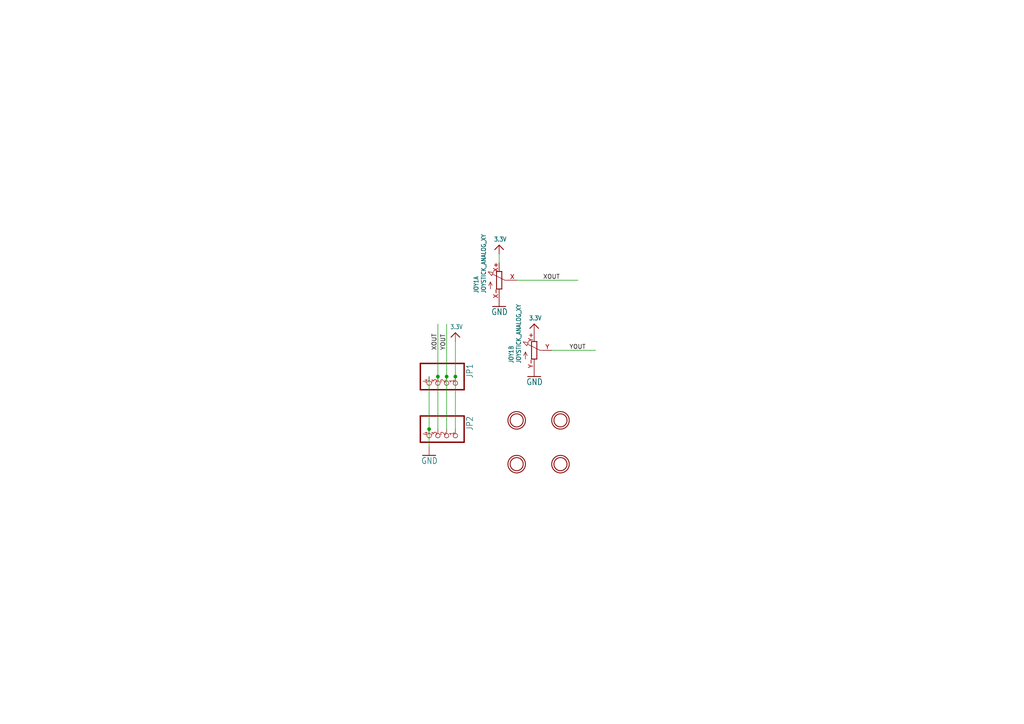
<source format=kicad_sch>
(kicad_sch (version 20230121) (generator eeschema)
  (paper "A4")
  (lib_symbols
    (symbol "working-eagle-import:3.3V" (power)
      (property "Value" "3.3V" (at -1.524 1.016 0))
      (symbol "3.3V_1_0"
        (polyline (pts (xy -1.27 -1.27) (xy 0 0)) (stroke (width 0.254)))
        (polyline (pts (xy 0 0) (xy 1.27 -1.27)) (stroke (width 0.254)))
        (pin power_in line (at 0 -2.54 90) (length 2.54) (name "3.3V") (number "1"))
      )
    )
    (symbol "working-eagle-import:GND" (power)
      (property "Value" "GND" (at -2.54 -2.54 0))
      (symbol "GND_1_0"
        (polyline (pts (xy -1.905 0) (xy 1.905 0)) (stroke (width 0.254)))
        (pin power_in line (at 0 2.54 270) (length 2.54) (name "GND") (number "1"))
      )
    )
    (symbol "working-eagle-import:HEADER-1X476MIL"
      (property "Reference" "JP" (at -6.35 8.255 0))
      (symbol "HEADER-1X476MIL_1_0"
        (polyline (pts (xy -6.35 -5.08) (xy 1.27 -5.08)) (stroke (width 0.4064)))
        (polyline (pts (xy -6.35 7.62) (xy -6.35 -5.08)) (stroke (width 0.4064)))
        (polyline (pts (xy 1.27 -5.08) (xy 1.27 7.62)) (stroke (width 0.4064)))
        (polyline (pts (xy 1.27 7.62) (xy -6.35 7.62)) (stroke (width 0.4064)))
        (pin passive inverted (at -2.54 5.08 0) (length 2.54) (name "1") (number "1"))
        (pin passive inverted (at -2.54 2.54 0) (length 2.54) (name "2") (number "2"))
        (pin passive inverted (at -2.54 0 0) (length 2.54) (name "3") (number "3"))
        (pin passive inverted (at -2.54 -2.54 0) (length 2.54) (name "4") (number "4"))
      )
    )
    (symbol "working-eagle-import:JOYSTICK_ANALOG_XY"
      (property "Reference" "JOY" (at -5.969 -3.81 90))
      (symbol "JOYSTICK_ANALOG_XY_1_0"
        (polyline (pts (xy -3.1989 2.4495) (xy -1.7018 2.2352)) (stroke (width 0.1524)))
        (polyline (pts (xy -2.54 -2.54) (xy -2.54 -0.508)) (stroke (width 0.1524)))
        (polyline (pts (xy -2.54 -0.508) (xy -3.048 -1.524)) (stroke (width 0.1524)))
        (polyline (pts (xy -2.54 -0.508) (xy -2.032 -1.524)) (stroke (width 0.1524)))
        (polyline (pts (xy -2.1597 1.2939) (xy -3.1989 2.4495)) (stroke (width 0.1524)))
        (polyline (pts (xy -2.1597 1.2939) (xy -1.7018 2.2352)) (stroke (width 0.1524)))
        (polyline (pts (xy -0.762 -2.54) (xy 0.762 -2.54)) (stroke (width 0.254)))
        (polyline (pts (xy -0.762 2.54) (xy -0.762 -2.54)) (stroke (width 0.254)))
        (polyline (pts (xy 0.762 -2.54) (xy 0.762 2.54)) (stroke (width 0.254)))
        (polyline (pts (xy 0.762 2.54) (xy -0.762 2.54)) (stroke (width 0.254)))
        (polyline (pts (xy 1.651 0) (xy -1.8796 1.7526)) (stroke (width 0.1524)))
        (polyline (pts (xy 2.54 0) (xy 1.651 0)) (stroke (width 0.1524)))
        (pin passive line (at 5.08 0 180) (length 2.54) (name "S") (number "X"))
        (pin passive line (at 0 5.08 270) (length 2.54) (name "E") (number "X+"))
        (pin passive line (at 0 -5.08 90) (length 2.54) (name "A") (number "X-"))
      )
      (symbol "JOYSTICK_ANALOG_XY_2_0"
        (polyline (pts (xy -3.1989 2.4495) (xy -1.7018 2.2352)) (stroke (width 0.1524)))
        (polyline (pts (xy -2.54 -2.54) (xy -2.54 -0.508)) (stroke (width 0.1524)))
        (polyline (pts (xy -2.54 -0.508) (xy -3.048 -1.524)) (stroke (width 0.1524)))
        (polyline (pts (xy -2.54 -0.508) (xy -2.032 -1.524)) (stroke (width 0.1524)))
        (polyline (pts (xy -2.1597 1.2939) (xy -3.1989 2.4495)) (stroke (width 0.1524)))
        (polyline (pts (xy -2.1597 1.2939) (xy -1.7018 2.2352)) (stroke (width 0.1524)))
        (polyline (pts (xy -0.762 -2.54) (xy 0.762 -2.54)) (stroke (width 0.254)))
        (polyline (pts (xy -0.762 2.54) (xy -0.762 -2.54)) (stroke (width 0.254)))
        (polyline (pts (xy 0.762 -2.54) (xy 0.762 2.54)) (stroke (width 0.254)))
        (polyline (pts (xy 0.762 2.54) (xy -0.762 2.54)) (stroke (width 0.254)))
        (polyline (pts (xy 1.651 0) (xy -1.8796 1.7526)) (stroke (width 0.1524)))
        (polyline (pts (xy 2.54 0) (xy 1.651 0)) (stroke (width 0.1524)))
        (pin passive line (at 5.08 0 180) (length 2.54) (name "S") (number "Y"))
        (pin passive line (at 0 5.08 270) (length 2.54) (name "E") (number "Y+"))
        (pin passive line (at 0 -5.08 90) (length 2.54) (name "A") (number "Y-"))
      )
    )
    (symbol "working-eagle-import:MOUNTINGHOLE2.0"
      (symbol "MOUNTINGHOLE2.0_1_0"
        (circle (center 0 0) (radius 1.905) (stroke (width 0.254)))
        (circle (center 0 0) (radius 2.54) (stroke (width 0.254)))
      )
    )
  )
  (junction (at 132.08 109.22))
  (junction (at 124.46 124.46))
  (junction (at 129.54 109.22))
  (junction (at 127 109.22))
  (wire (pts (xy 127 109.22) (xy 127 93.98)) (stroke (width 0.1524)))
  (wire (pts (xy 132.08 109.22) (xy 132.08 124.46)) (stroke (width 0.1524)))
  (wire (pts (xy 132.08 99.06) (xy 132.08 109.22)) (stroke (width 0.1524)))
  (wire (pts (xy 149.86 81.28) (xy 167.64 81.28)) (stroke (width 0.1524)))
  (wire (pts (xy 124.46 109.22) (xy 124.46 124.46)) (stroke (width 0.1524)))
  (wire (pts (xy 124.46 124.46) (xy 124.46 129.54)) (stroke (width 0.1524)))
  (wire (pts (xy 129.54 124.46) (xy 129.54 109.22)) (stroke (width 0.1524)))
  (wire (pts (xy 144.78 73.66) (xy 144.78 76.2)) (stroke (width 0.1524)))
  (wire (pts (xy 160.02 101.6) (xy 172.72 101.6)) (stroke (width 0.1524)))
  (wire (pts (xy 127 109.22) (xy 127 124.46)) (stroke (width 0.1524)))
  (wire (pts (xy 129.54 93.98) (xy 129.54 109.22)) (stroke (width 0.1524)))
  (label "XOUT" (at 127 101.6 90) (effects (font (size 1.2446 1.2446))))
  (label "YOUT" (at 165.1 101.6 0) (effects (font (size 1.2446 1.2446))))
  (label "XOUT" (at 157.48 81.28 0) (effects (font (size 1.2446 1.2446))))
  (label "YOUT" (at 129.54 101.6 90) (effects (font (size 1.2446 1.2446))))
  (symbol (lib_id "working-eagle-import:GND") (at 144.78 88.9 0) (mirror y) (unit 1)
    (property "Reference" "#GND1" (effects hide))
    (property "Value" "GND" (at 147.32 91.44 0) (effects (font (size 1.778 1.5113)) (justify left bottom)))
  )
  (symbol (lib_id "working-eagle-import:3.3V") (at 132.08 96.52 0) (unit 1)
    (property "Reference" "#U$7" (effects hide))
    (property "Value" "3.3V" (at 130.556 95.504 0) (effects (font (size 1.27 1.0795)) (justify left bottom)))
  )
  (symbol (lib_id "working-eagle-import:MOUNTINGHOLE2.0") (at 162.56 134.62 0) (unit 1)
    (property "Reference" "U$1" (effects hide))
    (property "Value" "MOUNTINGHOLE2.0" (effects hide))
    (property "Footprint" "working:MOUNTINGHOLE_2.0_PLATED" (effects hide))
  )
  (symbol (lib_id "working-eagle-import:3.3V") (at 144.78 71.12 0) (unit 1)
    (property "Reference" "#U$3" (effects hide))
    (property "Value" "3.3V" (at 143.256 70.104 0) (effects (font (size 1.27 1.0795)) (justify left bottom)))
  )
  (symbol (lib_id "working-eagle-import:GND") (at 154.94 109.22 0) (mirror y) (unit 1)
    (property "Reference" "#GND4" (effects hide))
    (property "Value" "GND" (at 157.48 111.76 0) (effects (font (size 1.778 1.5113)) (justify left bottom)))
  )
  (symbol (lib_id "working-eagle-import:MOUNTINGHOLE2.0") (at 162.56 121.92 0) (unit 1)
    (property "Reference" "U$4" (effects hide))
    (property "Value" "MOUNTINGHOLE2.0" (effects hide))
    (property "Footprint" "working:MOUNTINGHOLE_2.0_PLATED" (effects hide))
  )
  (symbol (lib_id "working-eagle-import:3.3V") (at 154.94 93.98 0) (unit 1)
    (property "Reference" "#U$2" (effects hide))
    (property "Value" "3.3V" (at 153.416 92.964 0) (effects (font (size 1.27 1.0795)) (justify left bottom)))
  )
  (symbol (lib_id "working-eagle-import:GND") (at 124.46 132.08 0) (mirror y) (unit 1)
    (property "Reference" "#GND2" (effects hide))
    (property "Value" "GND" (at 127 134.62 0) (effects (font (size 1.778 1.5113)) (justify left bottom)))
  )
  (symbol (lib_id "working-eagle-import:JOYSTICK_ANALOG_XY") (at 154.94 101.6 0) (unit 2)
    (property "Reference" "JOY1" (at 148.971 105.41 90) (effects (font (size 1.27 1.0795)) (justify left bottom)))
    (property "Value" "JOYSTICK_ANALOG_XY" (at 151.13 105.41 90) (effects (font (size 1.27 1.0795)) (justify left bottom)))
    (property "Footprint" "working:JOYSTICK_ANALOG_MINITHM" (effects hide))
  )
  (symbol (lib_id "working-eagle-import:HEADER-1X476MIL") (at 127 111.76 270) (unit 1)
    (property "Reference" "JP1" (at 135.255 105.41 0) (effects (font (size 1.778 1.5113)) (justify left bottom)))
    (property "Value" "HEADER-1X476MIL" (effects hide))
    (property "Footprint" "working:1X04_ROUND_76" (effects hide))
  )
  (symbol (lib_id "working-eagle-import:MOUNTINGHOLE2.0") (at 149.86 134.62 0) (unit 1)
    (property "Reference" "U$6" (effects hide))
    (property "Value" "MOUNTINGHOLE2.0" (effects hide))
    (property "Footprint" "working:MOUNTINGHOLE_2.0_PLATED" (effects hide))
  )
  (symbol (lib_id "working-eagle-import:HEADER-1X476MIL") (at 127 127 270) (unit 1)
    (property "Reference" "JP2" (at 135.255 120.65 0) (effects (font (size 1.778 1.5113)) (justify left bottom)))
    (property "Value" "HEADER-1X476MIL" (effects hide))
    (property "Footprint" "working:1X04_ROUND_76" (effects hide))
  )
  (symbol (lib_id "working-eagle-import:JOYSTICK_ANALOG_XY") (at 144.78 81.28 0) (unit 1)
    (property "Reference" "JOY1" (at 138.811 85.09 90) (effects (font (size 1.27 1.0795)) (justify left bottom)))
    (property "Value" "JOYSTICK_ANALOG_XY" (at 140.97 85.09 90) (effects (font (size 1.27 1.0795)) (justify left bottom)))
    (property "Footprint" "working:JOYSTICK_ANALOG_MINITHM" (effects hide))
  )
  (symbol (lib_id "working-eagle-import:MOUNTINGHOLE2.0") (at 149.86 121.92 0) (unit 1)
    (property "Reference" "U$5" (effects hide))
    (property "Value" "MOUNTINGHOLE2.0" (effects hide))
    (property "Footprint" "working:MOUNTINGHOLE_2.0_PLATED" (effects hide))
  )
)
</source>
